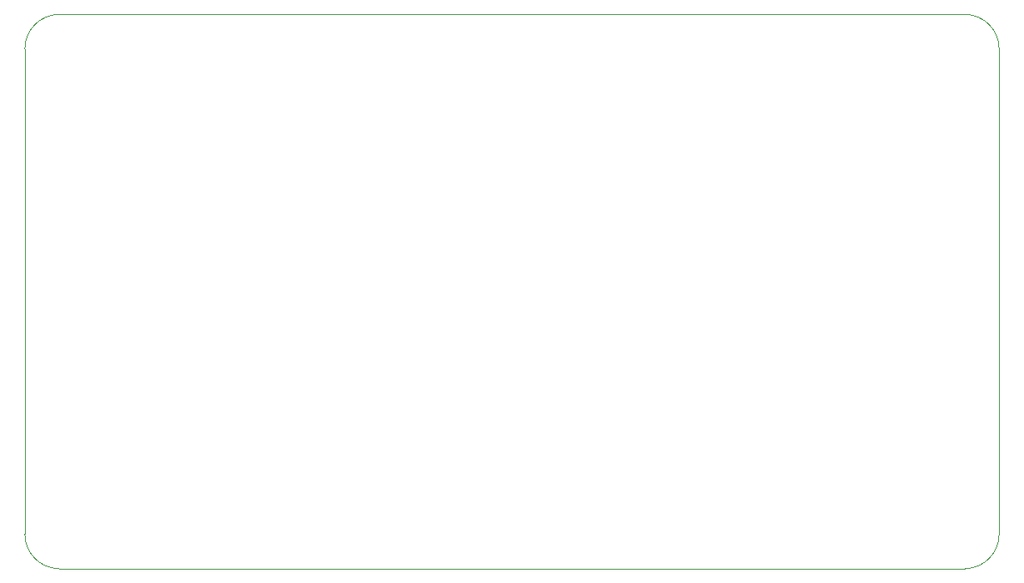
<source format=gbr>
%TF.GenerationSoftware,KiCad,Pcbnew,8.0.0*%
%TF.CreationDate,2024-06-19T21:37:33+02:00*%
%TF.ProjectId,PCB,5043422e-6b69-4636-9164-5f7063625858,0.1*%
%TF.SameCoordinates,Original*%
%TF.FileFunction,Profile,NP*%
%FSLAX46Y46*%
G04 Gerber Fmt 4.6, Leading zero omitted, Abs format (unit mm)*
G04 Created by KiCad (PCBNEW 8.0.0) date 2024-06-19 21:37:33*
%MOMM*%
%LPD*%
G01*
G04 APERTURE LIST*
%TA.AperFunction,Profile*%
%ADD10C,0.100000*%
%TD*%
G04 APERTURE END LIST*
D10*
X109790000Y-63160000D02*
G75*
G02*
X113290000Y-59660000I3500000J0D01*
G01*
X205290000Y-59660000D02*
G75*
G02*
X208790000Y-63160000I0J-3500000D01*
G01*
X109790000Y-112500000D02*
X109790000Y-63160000D01*
X113290000Y-59660000D02*
X205290000Y-59660000D01*
X208790000Y-112500000D02*
G75*
G02*
X205290000Y-116000000I-3500000J0D01*
G01*
X208790000Y-63160000D02*
X208790000Y-112500000D01*
X113290000Y-116000000D02*
G75*
G02*
X109790000Y-112500000I0J3500000D01*
G01*
X205290000Y-116000000D02*
X113290000Y-116000000D01*
M02*

</source>
